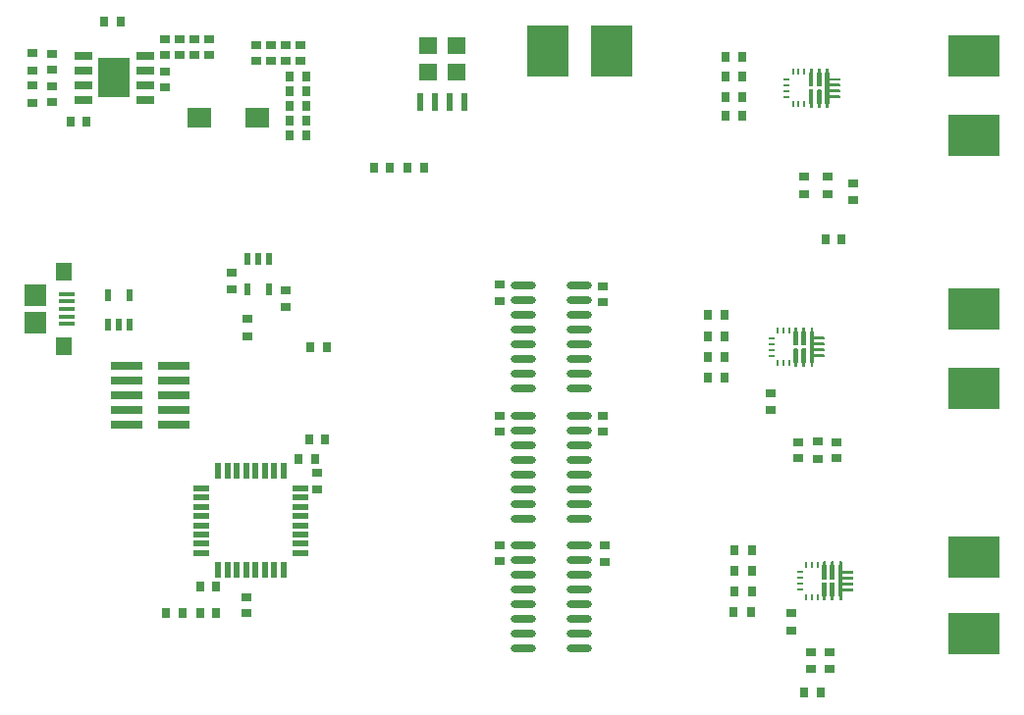
<source format=gtp>
G04*
G04 #@! TF.GenerationSoftware,Altium Limited,Altium Designer,21.9.1 (22)*
G04*
G04 Layer_Color=8421504*
%FSLAX42Y42*%
%MOMM*%
G71*
G04*
G04 #@! TF.SameCoordinates,B3A7D64E-7091-44AA-A069-5FD8CBDAA8E7*
G04*
G04*
G04 #@! TF.FilePolarity,Positive*
G04*
G01*
G75*
G04:AMPARAMS|DCode=18|XSize=1.55mm|YSize=0.6mm|CornerRadius=0.02mm|HoleSize=0mm|Usage=FLASHONLY|Rotation=0.000|XOffset=0mm|YOffset=0mm|HoleType=Round|Shape=RoundedRectangle|*
%AMROUNDEDRECTD18*
21,1,1.55,0.57,0,0,0.0*
21,1,1.52,0.60,0,0,0.0*
1,1,0.03,0.76,-0.28*
1,1,0.03,-0.76,-0.28*
1,1,0.03,-0.76,0.28*
1,1,0.03,0.76,0.28*
%
%ADD18ROUNDEDRECTD18*%
%ADD19R,0.60X0.25*%
%ADD20R,0.25X0.60*%
%ADD21R,1.35X0.40*%
%ADD22R,1.40X1.60*%
%ADD23R,1.90X1.90*%
%ADD24R,1.36X0.50*%
%ADD25R,0.50X1.36*%
%ADD26R,2.00X1.70*%
%ADD27R,2.79X0.74*%
%ADD28R,0.60X1.00*%
%ADD29R,0.80X0.90*%
%ADD30R,0.90X0.80*%
%ADD31R,0.60X1.62*%
%ADD32R,0.70X0.90*%
%ADD33R,0.90X0.70*%
%ADD34R,4.45X3.56*%
%ADD35O,2.20X0.60*%
%ADD36R,3.56X4.45*%
G36*
X6395Y8781D02*
X6241D01*
Y8924D01*
X6395D01*
Y8781D01*
D02*
G37*
G36*
X6155D02*
X6001D01*
Y8924D01*
X6155D01*
Y8781D01*
D02*
G37*
G36*
X6395Y8552D02*
X6241D01*
Y8695D01*
X6395D01*
Y8552D01*
D02*
G37*
G36*
X6155D02*
X6001D01*
Y8695D01*
X6155D01*
Y8552D01*
D02*
G37*
G36*
X9461Y8649D02*
X9461Y8619D01*
X9468D01*
Y8501D01*
X9463Y8496D01*
X9433Y8496D01*
X9428Y8501D01*
Y8619D01*
X9436D01*
Y8649D01*
X9441Y8654D01*
X9456D01*
X9461Y8649D01*
D02*
G37*
G36*
X9391D02*
Y8619D01*
X9398D01*
X9398Y8501D01*
X9393Y8496D01*
X9363Y8496D01*
X9358Y8501D01*
Y8619D01*
X9366D01*
Y8649D01*
X9371Y8654D01*
X9386D01*
X9391Y8649D01*
D02*
G37*
G36*
X3505Y8404D02*
X3234D01*
Y8744D01*
X3505D01*
Y8404D01*
D02*
G37*
G36*
X9463Y8471D02*
X9468Y8466D01*
Y8349D01*
X9461D01*
Y8319D01*
X9456Y8314D01*
X9441D01*
X9436Y8319D01*
X9436Y8349D01*
X9428D01*
Y8466D01*
X9433Y8471D01*
X9463Y8471D01*
D02*
G37*
G36*
X9531Y8649D02*
Y8619D01*
X9538D01*
Y8571D01*
X9623D01*
X9628Y8566D01*
Y8551D01*
X9623Y8546D01*
X9538D01*
Y8521D01*
X9623D01*
X9628Y8516D01*
Y8501D01*
X9623Y8496D01*
X9538D01*
Y8471D01*
X9623D01*
X9628Y8466D01*
Y8451D01*
X9623Y8446D01*
X9538D01*
Y8421D01*
X9623D01*
X9628Y8416D01*
Y8401D01*
X9623Y8396D01*
X9538D01*
Y8349D01*
X9531D01*
Y8319D01*
X9526Y8314D01*
X9511D01*
X9506Y8319D01*
Y8349D01*
X9498D01*
Y8619D01*
X9506D01*
X9506Y8649D01*
X9511Y8654D01*
X9526D01*
X9531Y8649D01*
D02*
G37*
G36*
X9393Y8471D02*
X9398Y8466D01*
Y8349D01*
X9391D01*
X9391Y8319D01*
X9386Y8314D01*
X9371D01*
X9366Y8319D01*
X9366Y8349D01*
X9358D01*
Y8466D01*
X9363Y8471D01*
X9393Y8471D01*
D02*
G37*
G36*
X9328Y6413D02*
X9328Y6383D01*
X9336D01*
Y6266D01*
X9331Y6261D01*
X9301Y6261D01*
X9296Y6266D01*
Y6383D01*
X9303D01*
Y6413D01*
X9308Y6418D01*
X9323D01*
X9328Y6413D01*
D02*
G37*
G36*
X9258D02*
Y6383D01*
X9266D01*
X9266Y6266D01*
X9261Y6261D01*
X9231Y6261D01*
X9226Y6266D01*
Y6383D01*
X9233D01*
Y6413D01*
X9238Y6418D01*
X9253D01*
X9258Y6413D01*
D02*
G37*
G36*
X9331Y6236D02*
X9336Y6231D01*
Y6113D01*
X9328D01*
Y6083D01*
X9323Y6078D01*
X9308D01*
X9303Y6083D01*
X9303Y6113D01*
X9296D01*
Y6231D01*
X9301Y6236D01*
X9331Y6236D01*
D02*
G37*
G36*
X9398Y6413D02*
Y6383D01*
X9406D01*
Y6336D01*
X9491D01*
X9496Y6331D01*
Y6316D01*
X9491Y6311D01*
X9406D01*
Y6286D01*
X9491D01*
X9496Y6281D01*
Y6266D01*
X9491Y6261D01*
X9406D01*
Y6236D01*
X9491D01*
X9496Y6231D01*
Y6216D01*
X9491Y6211D01*
X9406D01*
Y6186D01*
X9491D01*
X9496Y6181D01*
Y6166D01*
X9491Y6161D01*
X9406D01*
Y6113D01*
X9398D01*
Y6083D01*
X9393Y6078D01*
X9378D01*
X9373Y6083D01*
Y6113D01*
X9366D01*
Y6383D01*
X9373D01*
X9373Y6413D01*
X9378Y6418D01*
X9393D01*
X9398Y6413D01*
D02*
G37*
G36*
X9261Y6236D02*
X9266Y6231D01*
Y6113D01*
X9258D01*
X9258Y6083D01*
X9253Y6078D01*
X9238D01*
X9233Y6083D01*
X9233Y6113D01*
X9226D01*
Y6231D01*
X9231Y6236D01*
X9261Y6236D01*
D02*
G37*
G36*
X9575Y4394D02*
X9575Y4364D01*
X9582D01*
Y4247D01*
X9577Y4242D01*
X9547Y4242D01*
X9542Y4247D01*
Y4364D01*
X9550D01*
Y4394D01*
X9555Y4399D01*
X9570D01*
X9575Y4394D01*
D02*
G37*
G36*
X9505D02*
Y4364D01*
X9512D01*
X9512Y4247D01*
X9507Y4242D01*
X9477Y4242D01*
X9472Y4247D01*
Y4364D01*
X9480D01*
Y4394D01*
X9485Y4399D01*
X9500D01*
X9505Y4394D01*
D02*
G37*
G36*
X9577Y4217D02*
X9582Y4212D01*
Y4094D01*
X9575D01*
Y4064D01*
X9570Y4059D01*
X9555D01*
X9550Y4064D01*
X9550Y4094D01*
X9542D01*
Y4212D01*
X9547Y4217D01*
X9577Y4217D01*
D02*
G37*
G36*
X9645Y4394D02*
Y4364D01*
X9652D01*
Y4317D01*
X9737D01*
X9742Y4312D01*
Y4297D01*
X9737Y4292D01*
X9652D01*
Y4267D01*
X9737D01*
X9742Y4262D01*
Y4247D01*
X9737Y4242D01*
X9652D01*
Y4217D01*
X9737D01*
X9742Y4212D01*
Y4197D01*
X9737Y4192D01*
X9652D01*
Y4167D01*
X9737D01*
X9742Y4162D01*
Y4147D01*
X9737Y4142D01*
X9652D01*
Y4094D01*
X9645D01*
Y4064D01*
X9640Y4059D01*
X9625D01*
X9620Y4064D01*
Y4094D01*
X9612D01*
Y4364D01*
X9620D01*
X9620Y4394D01*
X9625Y4399D01*
X9640D01*
X9645Y4394D01*
D02*
G37*
G36*
X9507Y4217D02*
X9512Y4212D01*
Y4094D01*
X9505D01*
X9505Y4064D01*
X9500Y4059D01*
X9485D01*
X9480Y4064D01*
X9480Y4094D01*
X9472D01*
Y4212D01*
X9477Y4217D01*
X9507Y4217D01*
D02*
G37*
D18*
X3640Y8764D02*
D03*
Y8638D02*
D03*
Y8511D02*
D03*
Y8383D02*
D03*
X3100D02*
D03*
Y8511D02*
D03*
Y8638D02*
D03*
Y8764D02*
D03*
D19*
X9168Y8409D02*
D03*
Y8459D02*
D03*
Y8509D02*
D03*
Y8559D02*
D03*
X9036Y6323D02*
D03*
Y6273D02*
D03*
Y6223D02*
D03*
Y6173D02*
D03*
X9282Y4154D02*
D03*
Y4204D02*
D03*
Y4254D02*
D03*
Y4304D02*
D03*
D20*
X9221Y8624D02*
D03*
X9271D02*
D03*
X9321D02*
D03*
Y8344D02*
D03*
X9271D02*
D03*
X9221D02*
D03*
X9088Y6108D02*
D03*
X9138D02*
D03*
X9188D02*
D03*
Y6388D02*
D03*
X9138D02*
D03*
X9088D02*
D03*
X9335Y4369D02*
D03*
X9385D02*
D03*
X9435D02*
D03*
Y4089D02*
D03*
X9385D02*
D03*
X9335D02*
D03*
D21*
X2956Y6706D02*
D03*
Y6641D02*
D03*
Y6576D02*
D03*
Y6511D02*
D03*
Y6446D02*
D03*
D22*
X2934Y6896D02*
D03*
Y6256D02*
D03*
D23*
X2689Y6696D02*
D03*
Y6456D02*
D03*
D24*
X4119Y4470D02*
D03*
Y4550D02*
D03*
Y4630D02*
D03*
Y4710D02*
D03*
Y4790D02*
D03*
Y4870D02*
D03*
Y4950D02*
D03*
Y5030D02*
D03*
X4974D02*
D03*
Y4950D02*
D03*
Y4870D02*
D03*
Y4790D02*
D03*
Y4710D02*
D03*
Y4630D02*
D03*
Y4550D02*
D03*
Y4470D02*
D03*
D25*
X4267Y5177D02*
D03*
X4347D02*
D03*
X4427D02*
D03*
X4507D02*
D03*
X4587D02*
D03*
X4667D02*
D03*
X4747D02*
D03*
X4827D02*
D03*
Y4322D02*
D03*
X4747D02*
D03*
X4667D02*
D03*
X4587D02*
D03*
X4507D02*
D03*
X4427D02*
D03*
X4347D02*
D03*
X4267D02*
D03*
D26*
X4106Y8230D02*
D03*
X4606D02*
D03*
D27*
X3886Y5575D02*
D03*
X3480D02*
D03*
X3886Y5702D02*
D03*
X3480D02*
D03*
X3886Y5829D02*
D03*
X3480D02*
D03*
X3886Y5956D02*
D03*
X3480D02*
D03*
X3886Y6083D02*
D03*
X3480D02*
D03*
D28*
X4705Y6750D02*
D03*
X4515D02*
D03*
X4705Y7010D02*
D03*
X4610D02*
D03*
X4515D02*
D03*
X3315Y6699D02*
D03*
X3505D02*
D03*
X3315Y6439D02*
D03*
X3410D02*
D03*
X3505D02*
D03*
D29*
X4883Y8077D02*
D03*
X5023D02*
D03*
X4883Y8204D02*
D03*
X5023D02*
D03*
X4883Y8331D02*
D03*
X5023D02*
D03*
X4883Y8458D02*
D03*
X5023D02*
D03*
X4883Y8585D02*
D03*
X5023D02*
D03*
X2991Y8192D02*
D03*
X3131D02*
D03*
X5607Y7798D02*
D03*
X5747D02*
D03*
X9458Y3264D02*
D03*
X9318D02*
D03*
X9643Y7175D02*
D03*
X9503D02*
D03*
X4248Y3950D02*
D03*
X4108D02*
D03*
X5201Y6248D02*
D03*
X5061D02*
D03*
X4108Y4178D02*
D03*
X4248D02*
D03*
X5188Y5448D02*
D03*
X5048D02*
D03*
X5099Y5283D02*
D03*
X4959D02*
D03*
D30*
X4978Y8858D02*
D03*
Y8718D02*
D03*
X4851Y8858D02*
D03*
Y8718D02*
D03*
X4724Y8858D02*
D03*
Y8718D02*
D03*
X4597Y8858D02*
D03*
Y8718D02*
D03*
X2832Y8782D02*
D03*
Y8642D02*
D03*
Y8503D02*
D03*
Y8363D02*
D03*
X3810Y8769D02*
D03*
Y8909D02*
D03*
X3810Y8630D02*
D03*
Y8490D02*
D03*
X4064Y8909D02*
D03*
Y8769D02*
D03*
X4191Y8909D02*
D03*
Y8769D02*
D03*
X3937Y8909D02*
D03*
Y8769D02*
D03*
X9271Y5429D02*
D03*
Y5289D02*
D03*
X9538Y3613D02*
D03*
Y3473D02*
D03*
X9601Y5289D02*
D03*
Y5429D02*
D03*
X9741Y7658D02*
D03*
Y7518D02*
D03*
X5118Y5163D02*
D03*
Y5023D02*
D03*
X7595Y4394D02*
D03*
Y4534D02*
D03*
X4851Y6597D02*
D03*
Y6738D02*
D03*
X4381Y6890D02*
D03*
Y6750D02*
D03*
X7582Y5518D02*
D03*
Y5658D02*
D03*
X6693Y6648D02*
D03*
Y6788D02*
D03*
X7582Y6636D02*
D03*
Y6776D02*
D03*
X4508Y3949D02*
D03*
Y4089D02*
D03*
X6693Y5518D02*
D03*
Y5658D02*
D03*
Y4400D02*
D03*
Y4540D02*
D03*
D31*
X6388Y8367D02*
D03*
X6261D02*
D03*
X6134D02*
D03*
X6007D02*
D03*
D32*
X3428Y9055D02*
D03*
X3278D02*
D03*
X8862Y3962D02*
D03*
X8712D02*
D03*
X8865Y4140D02*
D03*
X8715D02*
D03*
X8865Y4318D02*
D03*
X8715D02*
D03*
X8484Y6160D02*
D03*
X8634D02*
D03*
X8484Y5982D02*
D03*
X8634D02*
D03*
X8485Y6337D02*
D03*
X8635D02*
D03*
X8865Y4496D02*
D03*
X8715D02*
D03*
X8485Y6528D02*
D03*
X8635D02*
D03*
X8637Y8750D02*
D03*
X8787D02*
D03*
X8637Y8407D02*
D03*
X8787D02*
D03*
X8637Y8242D02*
D03*
X8787D02*
D03*
X8637Y8585D02*
D03*
X8787D02*
D03*
X3812Y3950D02*
D03*
X3962D02*
D03*
X6044Y7798D02*
D03*
X5894D02*
D03*
D33*
X2667Y8636D02*
D03*
Y8786D02*
D03*
X2667Y8358D02*
D03*
Y8508D02*
D03*
X9207Y3949D02*
D03*
Y3799D02*
D03*
X9373Y3468D02*
D03*
Y3618D02*
D03*
X9030Y5702D02*
D03*
Y5852D02*
D03*
X9436Y5284D02*
D03*
Y5434D02*
D03*
X9322Y7719D02*
D03*
Y7569D02*
D03*
X9525Y7719D02*
D03*
Y7569D02*
D03*
X4521Y6489D02*
D03*
Y6338D02*
D03*
D34*
X10782Y4432D02*
D03*
Y3772D02*
D03*
Y5893D02*
D03*
Y6579D02*
D03*
Y8077D02*
D03*
Y8763D02*
D03*
D35*
X7377Y4762D02*
D03*
Y4890D02*
D03*
Y5017D02*
D03*
Y5144D02*
D03*
Y5271D02*
D03*
Y5397D02*
D03*
Y5524D02*
D03*
Y5651D02*
D03*
X6897Y4762D02*
D03*
Y4890D02*
D03*
Y5017D02*
D03*
Y5144D02*
D03*
Y5271D02*
D03*
Y5397D02*
D03*
Y5524D02*
D03*
Y5651D02*
D03*
X6899Y6782D02*
D03*
Y6655D02*
D03*
Y6528D02*
D03*
Y6401D02*
D03*
Y6274D02*
D03*
Y6147D02*
D03*
Y6020D02*
D03*
Y5893D02*
D03*
X7379Y6782D02*
D03*
Y6655D02*
D03*
Y6528D02*
D03*
Y6401D02*
D03*
Y6274D02*
D03*
Y6147D02*
D03*
Y6020D02*
D03*
Y5893D02*
D03*
X6899Y4534D02*
D03*
Y4407D02*
D03*
Y4280D02*
D03*
Y4153D02*
D03*
Y4026D02*
D03*
Y3899D02*
D03*
Y3772D02*
D03*
Y3645D02*
D03*
X7379Y4534D02*
D03*
Y4407D02*
D03*
Y4280D02*
D03*
Y4153D02*
D03*
Y4026D02*
D03*
Y3899D02*
D03*
Y3772D02*
D03*
Y3645D02*
D03*
D36*
X7658Y8801D02*
D03*
X7112D02*
D03*
M02*

</source>
